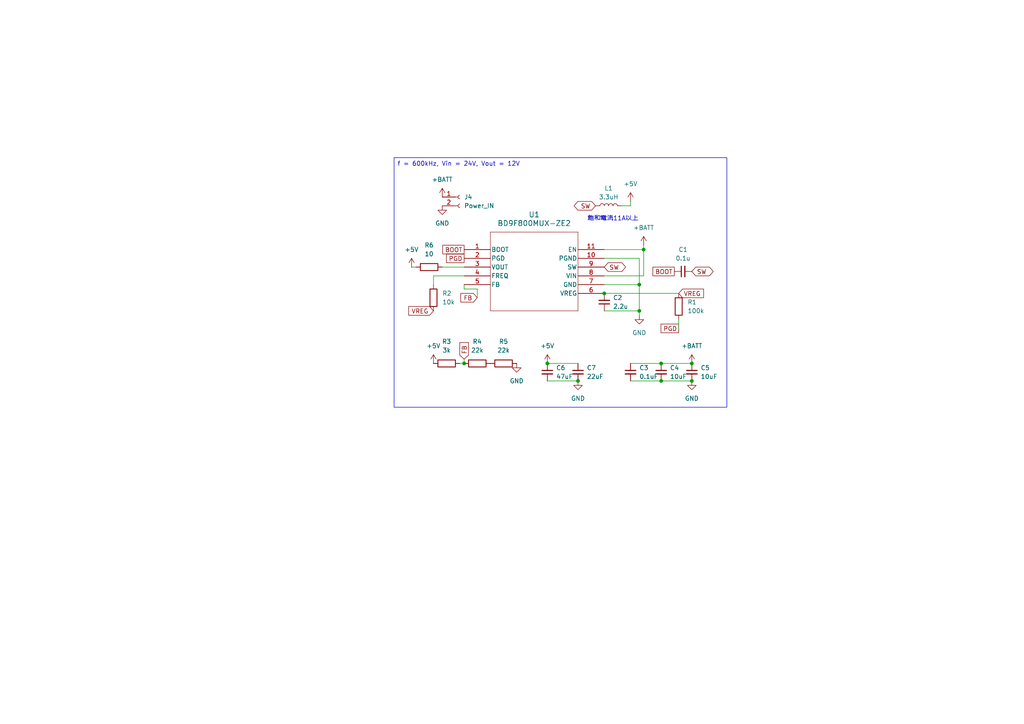
<source format=kicad_sch>
(kicad_sch
	(version 20231120)
	(generator "eeschema")
	(generator_version "8.0")
	(uuid "9b31bb12-b0a4-46c2-8fe3-73cecf9f3124")
	(paper "A4")
	(lib_symbols
		(symbol "Connector:Conn_01x02_Socket"
			(pin_names
				(offset 1.016) hide)
			(exclude_from_sim no)
			(in_bom yes)
			(on_board yes)
			(property "Reference" "J"
				(at 0 2.54 0)
				(effects
					(font
						(size 1.27 1.27)
					)
				)
			)
			(property "Value" "Conn_01x02_Socket"
				(at 0 -5.08 0)
				(effects
					(font
						(size 1.27 1.27)
					)
				)
			)
			(property "Footprint" ""
				(at 0 0 0)
				(effects
					(font
						(size 1.27 1.27)
					)
					(hide yes)
				)
			)
			(property "Datasheet" "~"
				(at 0 0 0)
				(effects
					(font
						(size 1.27 1.27)
					)
					(hide yes)
				)
			)
			(property "Description" "Generic connector, single row, 01x02, script generated"
				(at 0 0 0)
				(effects
					(font
						(size 1.27 1.27)
					)
					(hide yes)
				)
			)
			(property "ki_locked" ""
				(at 0 0 0)
				(effects
					(font
						(size 1.27 1.27)
					)
				)
			)
			(property "ki_keywords" "connector"
				(at 0 0 0)
				(effects
					(font
						(size 1.27 1.27)
					)
					(hide yes)
				)
			)
			(property "ki_fp_filters" "Connector*:*_1x??_*"
				(at 0 0 0)
				(effects
					(font
						(size 1.27 1.27)
					)
					(hide yes)
				)
			)
			(symbol "Conn_01x02_Socket_1_1"
				(arc
					(start 0 -2.032)
					(mid -0.5058 -2.54)
					(end 0 -3.048)
					(stroke
						(width 0.1524)
						(type default)
					)
					(fill
						(type none)
					)
				)
				(polyline
					(pts
						(xy -1.27 -2.54) (xy -0.508 -2.54)
					)
					(stroke
						(width 0.1524)
						(type default)
					)
					(fill
						(type none)
					)
				)
				(polyline
					(pts
						(xy -1.27 0) (xy -0.508 0)
					)
					(stroke
						(width 0.1524)
						(type default)
					)
					(fill
						(type none)
					)
				)
				(arc
					(start 0 0.508)
					(mid -0.5058 0)
					(end 0 -0.508)
					(stroke
						(width 0.1524)
						(type default)
					)
					(fill
						(type none)
					)
				)
				(pin passive line
					(at -5.08 0 0)
					(length 3.81)
					(name "Pin_1"
						(effects
							(font
								(size 1.27 1.27)
							)
						)
					)
					(number "1"
						(effects
							(font
								(size 1.27 1.27)
							)
						)
					)
				)
				(pin passive line
					(at -5.08 -2.54 0)
					(length 3.81)
					(name "Pin_2"
						(effects
							(font
								(size 1.27 1.27)
							)
						)
					)
					(number "2"
						(effects
							(font
								(size 1.27 1.27)
							)
						)
					)
				)
			)
		)
		(symbol "Device:C_Small"
			(pin_numbers hide)
			(pin_names
				(offset 0.254) hide)
			(exclude_from_sim no)
			(in_bom yes)
			(on_board yes)
			(property "Reference" "C"
				(at 0.254 1.778 0)
				(effects
					(font
						(size 1.27 1.27)
					)
					(justify left)
				)
			)
			(property "Value" "C_Small"
				(at 0.254 -2.032 0)
				(effects
					(font
						(size 1.27 1.27)
					)
					(justify left)
				)
			)
			(property "Footprint" ""
				(at 0 0 0)
				(effects
					(font
						(size 1.27 1.27)
					)
					(hide yes)
				)
			)
			(property "Datasheet" "~"
				(at 0 0 0)
				(effects
					(font
						(size 1.27 1.27)
					)
					(hide yes)
				)
			)
			(property "Description" "Unpolarized capacitor, small symbol"
				(at 0 0 0)
				(effects
					(font
						(size 1.27 1.27)
					)
					(hide yes)
				)
			)
			(property "ki_keywords" "capacitor cap"
				(at 0 0 0)
				(effects
					(font
						(size 1.27 1.27)
					)
					(hide yes)
				)
			)
			(property "ki_fp_filters" "C_*"
				(at 0 0 0)
				(effects
					(font
						(size 1.27 1.27)
					)
					(hide yes)
				)
			)
			(symbol "C_Small_0_1"
				(polyline
					(pts
						(xy -1.524 -0.508) (xy 1.524 -0.508)
					)
					(stroke
						(width 0.3302)
						(type default)
					)
					(fill
						(type none)
					)
				)
				(polyline
					(pts
						(xy -1.524 0.508) (xy 1.524 0.508)
					)
					(stroke
						(width 0.3048)
						(type default)
					)
					(fill
						(type none)
					)
				)
			)
			(symbol "C_Small_1_1"
				(pin passive line
					(at 0 2.54 270)
					(length 2.032)
					(name "~"
						(effects
							(font
								(size 1.27 1.27)
							)
						)
					)
					(number "1"
						(effects
							(font
								(size 1.27 1.27)
							)
						)
					)
				)
				(pin passive line
					(at 0 -2.54 90)
					(length 2.032)
					(name "~"
						(effects
							(font
								(size 1.27 1.27)
							)
						)
					)
					(number "2"
						(effects
							(font
								(size 1.27 1.27)
							)
						)
					)
				)
			)
		)
		(symbol "Device:L"
			(pin_numbers hide)
			(pin_names
				(offset 1.016) hide)
			(exclude_from_sim no)
			(in_bom yes)
			(on_board yes)
			(property "Reference" "L"
				(at -1.27 0 90)
				(effects
					(font
						(size 1.27 1.27)
					)
				)
			)
			(property "Value" "L"
				(at 1.905 0 90)
				(effects
					(font
						(size 1.27 1.27)
					)
				)
			)
			(property "Footprint" ""
				(at 0 0 0)
				(effects
					(font
						(size 1.27 1.27)
					)
					(hide yes)
				)
			)
			(property "Datasheet" "~"
				(at 0 0 0)
				(effects
					(font
						(size 1.27 1.27)
					)
					(hide yes)
				)
			)
			(property "Description" "Inductor"
				(at 0 0 0)
				(effects
					(font
						(size 1.27 1.27)
					)
					(hide yes)
				)
			)
			(property "ki_keywords" "inductor choke coil reactor magnetic"
				(at 0 0 0)
				(effects
					(font
						(size 1.27 1.27)
					)
					(hide yes)
				)
			)
			(property "ki_fp_filters" "Choke_* *Coil* Inductor_* L_*"
				(at 0 0 0)
				(effects
					(font
						(size 1.27 1.27)
					)
					(hide yes)
				)
			)
			(symbol "L_0_1"
				(arc
					(start 0 -2.54)
					(mid 0.6323 -1.905)
					(end 0 -1.27)
					(stroke
						(width 0)
						(type default)
					)
					(fill
						(type none)
					)
				)
				(arc
					(start 0 -1.27)
					(mid 0.6323 -0.635)
					(end 0 0)
					(stroke
						(width 0)
						(type default)
					)
					(fill
						(type none)
					)
				)
				(arc
					(start 0 0)
					(mid 0.6323 0.635)
					(end 0 1.27)
					(stroke
						(width 0)
						(type default)
					)
					(fill
						(type none)
					)
				)
				(arc
					(start 0 1.27)
					(mid 0.6323 1.905)
					(end 0 2.54)
					(stroke
						(width 0)
						(type default)
					)
					(fill
						(type none)
					)
				)
			)
			(symbol "L_1_1"
				(pin passive line
					(at 0 3.81 270)
					(length 1.27)
					(name "1"
						(effects
							(font
								(size 1.27 1.27)
							)
						)
					)
					(number "1"
						(effects
							(font
								(size 1.27 1.27)
							)
						)
					)
				)
				(pin passive line
					(at 0 -3.81 90)
					(length 1.27)
					(name "2"
						(effects
							(font
								(size 1.27 1.27)
							)
						)
					)
					(number "2"
						(effects
							(font
								(size 1.27 1.27)
							)
						)
					)
				)
			)
		)
		(symbol "Device:R"
			(pin_numbers hide)
			(pin_names
				(offset 0)
			)
			(exclude_from_sim no)
			(in_bom yes)
			(on_board yes)
			(property "Reference" "R"
				(at 2.032 0 90)
				(effects
					(font
						(size 1.27 1.27)
					)
				)
			)
			(property "Value" "R"
				(at 0 0 90)
				(effects
					(font
						(size 1.27 1.27)
					)
				)
			)
			(property "Footprint" ""
				(at -1.778 0 90)
				(effects
					(font
						(size 1.27 1.27)
					)
					(hide yes)
				)
			)
			(property "Datasheet" "~"
				(at 0 0 0)
				(effects
					(font
						(size 1.27 1.27)
					)
					(hide yes)
				)
			)
			(property "Description" "Resistor"
				(at 0 0 0)
				(effects
					(font
						(size 1.27 1.27)
					)
					(hide yes)
				)
			)
			(property "ki_keywords" "R res resistor"
				(at 0 0 0)
				(effects
					(font
						(size 1.27 1.27)
					)
					(hide yes)
				)
			)
			(property "ki_fp_filters" "R_*"
				(at 0 0 0)
				(effects
					(font
						(size 1.27 1.27)
					)
					(hide yes)
				)
			)
			(symbol "R_0_1"
				(rectangle
					(start -1.016 -2.54)
					(end 1.016 2.54)
					(stroke
						(width 0.254)
						(type default)
					)
					(fill
						(type none)
					)
				)
			)
			(symbol "R_1_1"
				(pin passive line
					(at 0 3.81 270)
					(length 1.27)
					(name "~"
						(effects
							(font
								(size 1.27 1.27)
							)
						)
					)
					(number "1"
						(effects
							(font
								(size 1.27 1.27)
							)
						)
					)
				)
				(pin passive line
					(at 0 -3.81 90)
					(length 1.27)
					(name "~"
						(effects
							(font
								(size 1.27 1.27)
							)
						)
					)
					(number "2"
						(effects
							(font
								(size 1.27 1.27)
							)
						)
					)
				)
			)
		)
		(symbol "VQFN11_ROM:BD9F800MUX-ZE2"
			(pin_names
				(offset 0.254)
			)
			(exclude_from_sim no)
			(in_bom yes)
			(on_board yes)
			(property "Reference" "U"
				(at 20.32 10.16 0)
				(effects
					(font
						(size 1.524 1.524)
					)
				)
			)
			(property "Value" "BD9F800MUX-ZE2"
				(at 20.32 7.62 0)
				(effects
					(font
						(size 1.524 1.524)
					)
				)
			)
			(property "Footprint" "VQFN11_ROM"
				(at 0 0 0)
				(effects
					(font
						(size 1.27 1.27)
						(italic yes)
					)
					(hide yes)
				)
			)
			(property "Datasheet" "BD9F800MUX-ZE2"
				(at 0 0 0)
				(effects
					(font
						(size 1.27 1.27)
						(italic yes)
					)
					(hide yes)
				)
			)
			(property "Description" ""
				(at 0 0 0)
				(effects
					(font
						(size 1.27 1.27)
					)
					(hide yes)
				)
			)
			(property "ki_locked" ""
				(at 0 0 0)
				(effects
					(font
						(size 1.27 1.27)
					)
				)
			)
			(property "ki_keywords" "BD9F800MUX-ZE2"
				(at 0 0 0)
				(effects
					(font
						(size 1.27 1.27)
					)
					(hide yes)
				)
			)
			(property "ki_fp_filters" "VQFN11_ROM"
				(at 0 0 0)
				(effects
					(font
						(size 1.27 1.27)
					)
					(hide yes)
				)
			)
			(symbol "BD9F800MUX-ZE2_0_1"
				(polyline
					(pts
						(xy 7.62 -17.78) (xy 33.02 -17.78)
					)
					(stroke
						(width 0.127)
						(type default)
					)
					(fill
						(type none)
					)
				)
				(polyline
					(pts
						(xy 7.62 5.08) (xy 7.62 -17.78)
					)
					(stroke
						(width 0.127)
						(type default)
					)
					(fill
						(type none)
					)
				)
				(polyline
					(pts
						(xy 33.02 -17.78) (xy 33.02 5.08)
					)
					(stroke
						(width 0.127)
						(type default)
					)
					(fill
						(type none)
					)
				)
				(polyline
					(pts
						(xy 33.02 5.08) (xy 7.62 5.08)
					)
					(stroke
						(width 0.127)
						(type default)
					)
					(fill
						(type none)
					)
				)
				(pin unspecified line
					(at 0 0 0)
					(length 7.62)
					(name "BOOT"
						(effects
							(font
								(size 1.27 1.27)
							)
						)
					)
					(number "1"
						(effects
							(font
								(size 1.27 1.27)
							)
						)
					)
				)
				(pin power_out line
					(at 40.64 -2.54 180)
					(length 7.62)
					(name "PGND"
						(effects
							(font
								(size 1.27 1.27)
							)
						)
					)
					(number "10"
						(effects
							(font
								(size 1.27 1.27)
							)
						)
					)
				)
				(pin input line
					(at 40.64 0 180)
					(length 7.62)
					(name "EN"
						(effects
							(font
								(size 1.27 1.27)
							)
						)
					)
					(number "11"
						(effects
							(font
								(size 1.27 1.27)
							)
						)
					)
				)
				(pin unspecified line
					(at 0 -2.54 0)
					(length 7.62)
					(name "PGD"
						(effects
							(font
								(size 1.27 1.27)
							)
						)
					)
					(number "2"
						(effects
							(font
								(size 1.27 1.27)
							)
						)
					)
				)
				(pin output line
					(at 0 -5.08 0)
					(length 7.62)
					(name "VOUT"
						(effects
							(font
								(size 1.27 1.27)
							)
						)
					)
					(number "3"
						(effects
							(font
								(size 1.27 1.27)
							)
						)
					)
				)
				(pin unspecified line
					(at 0 -7.62 0)
					(length 7.62)
					(name "FREQ"
						(effects
							(font
								(size 1.27 1.27)
							)
						)
					)
					(number "4"
						(effects
							(font
								(size 1.27 1.27)
							)
						)
					)
				)
				(pin input line
					(at 0 -10.16 0)
					(length 7.62)
					(name "FB"
						(effects
							(font
								(size 1.27 1.27)
							)
						)
					)
					(number "5"
						(effects
							(font
								(size 1.27 1.27)
							)
						)
					)
				)
				(pin power_in line
					(at 40.64 -12.7 180)
					(length 7.62)
					(name "VREG"
						(effects
							(font
								(size 1.27 1.27)
							)
						)
					)
					(number "6"
						(effects
							(font
								(size 1.27 1.27)
							)
						)
					)
				)
				(pin power_out line
					(at 40.64 -10.16 180)
					(length 7.62)
					(name "GND"
						(effects
							(font
								(size 1.27 1.27)
							)
						)
					)
					(number "7"
						(effects
							(font
								(size 1.27 1.27)
							)
						)
					)
				)
				(pin input line
					(at 40.64 -7.62 180)
					(length 7.62)
					(name "VIN"
						(effects
							(font
								(size 1.27 1.27)
							)
						)
					)
					(number "8"
						(effects
							(font
								(size 1.27 1.27)
							)
						)
					)
				)
				(pin bidirectional line
					(at 40.64 -5.08 180)
					(length 7.62)
					(name "SW"
						(effects
							(font
								(size 1.27 1.27)
							)
						)
					)
					(number "9"
						(effects
							(font
								(size 1.27 1.27)
							)
						)
					)
				)
			)
		)
		(symbol "power:+5V"
			(power)
			(pin_numbers hide)
			(pin_names
				(offset 0) hide)
			(exclude_from_sim no)
			(in_bom yes)
			(on_board yes)
			(property "Reference" "#PWR"
				(at 0 -3.81 0)
				(effects
					(font
						(size 1.27 1.27)
					)
					(hide yes)
				)
			)
			(property "Value" "+5V"
				(at 0 3.556 0)
				(effects
					(font
						(size 1.27 1.27)
					)
				)
			)
			(property "Footprint" ""
				(at 0 0 0)
				(effects
					(font
						(size 1.27 1.27)
					)
					(hide yes)
				)
			)
			(property "Datasheet" ""
				(at 0 0 0)
				(effects
					(font
						(size 1.27 1.27)
					)
					(hide yes)
				)
			)
			(property "Description" "Power symbol creates a global label with name \"+5V\""
				(at 0 0 0)
				(effects
					(font
						(size 1.27 1.27)
					)
					(hide yes)
				)
			)
			(property "ki_keywords" "global power"
				(at 0 0 0)
				(effects
					(font
						(size 1.27 1.27)
					)
					(hide yes)
				)
			)
			(symbol "+5V_0_1"
				(polyline
					(pts
						(xy -0.762 1.27) (xy 0 2.54)
					)
					(stroke
						(width 0)
						(type default)
					)
					(fill
						(type none)
					)
				)
				(polyline
					(pts
						(xy 0 0) (xy 0 2.54)
					)
					(stroke
						(width 0)
						(type default)
					)
					(fill
						(type none)
					)
				)
				(polyline
					(pts
						(xy 0 2.54) (xy 0.762 1.27)
					)
					(stroke
						(width 0)
						(type default)
					)
					(fill
						(type none)
					)
				)
			)
			(symbol "+5V_1_1"
				(pin power_in line
					(at 0 0 90)
					(length 0)
					(name "~"
						(effects
							(font
								(size 1.27 1.27)
							)
						)
					)
					(number "1"
						(effects
							(font
								(size 1.27 1.27)
							)
						)
					)
				)
			)
		)
		(symbol "power:+BATT"
			(power)
			(pin_numbers hide)
			(pin_names
				(offset 0) hide)
			(exclude_from_sim no)
			(in_bom yes)
			(on_board yes)
			(property "Reference" "#PWR"
				(at 0 -3.81 0)
				(effects
					(font
						(size 1.27 1.27)
					)
					(hide yes)
				)
			)
			(property "Value" "+BATT"
				(at 0 3.556 0)
				(effects
					(font
						(size 1.27 1.27)
					)
				)
			)
			(property "Footprint" ""
				(at 0 0 0)
				(effects
					(font
						(size 1.27 1.27)
					)
					(hide yes)
				)
			)
			(property "Datasheet" ""
				(at 0 0 0)
				(effects
					(font
						(size 1.27 1.27)
					)
					(hide yes)
				)
			)
			(property "Description" "Power symbol creates a global label with name \"+BATT\""
				(at 0 0 0)
				(effects
					(font
						(size 1.27 1.27)
					)
					(hide yes)
				)
			)
			(property "ki_keywords" "global power battery"
				(at 0 0 0)
				(effects
					(font
						(size 1.27 1.27)
					)
					(hide yes)
				)
			)
			(symbol "+BATT_0_1"
				(polyline
					(pts
						(xy -0.762 1.27) (xy 0 2.54)
					)
					(stroke
						(width 0)
						(type default)
					)
					(fill
						(type none)
					)
				)
				(polyline
					(pts
						(xy 0 0) (xy 0 2.54)
					)
					(stroke
						(width 0)
						(type default)
					)
					(fill
						(type none)
					)
				)
				(polyline
					(pts
						(xy 0 2.54) (xy 0.762 1.27)
					)
					(stroke
						(width 0)
						(type default)
					)
					(fill
						(type none)
					)
				)
			)
			(symbol "+BATT_1_1"
				(pin power_in line
					(at 0 0 90)
					(length 0)
					(name "~"
						(effects
							(font
								(size 1.27 1.27)
							)
						)
					)
					(number "1"
						(effects
							(font
								(size 1.27 1.27)
							)
						)
					)
				)
			)
		)
		(symbol "power:GND"
			(power)
			(pin_numbers hide)
			(pin_names
				(offset 0) hide)
			(exclude_from_sim no)
			(in_bom yes)
			(on_board yes)
			(property "Reference" "#PWR"
				(at 0 -6.35 0)
				(effects
					(font
						(size 1.27 1.27)
					)
					(hide yes)
				)
			)
			(property "Value" "GND"
				(at 0 -3.81 0)
				(effects
					(font
						(size 1.27 1.27)
					)
				)
			)
			(property "Footprint" ""
				(at 0 0 0)
				(effects
					(font
						(size 1.27 1.27)
					)
					(hide yes)
				)
			)
			(property "Datasheet" ""
				(at 0 0 0)
				(effects
					(font
						(size 1.27 1.27)
					)
					(hide yes)
				)
			)
			(property "Description" "Power symbol creates a global label with name \"GND\" , ground"
				(at 0 0 0)
				(effects
					(font
						(size 1.27 1.27)
					)
					(hide yes)
				)
			)
			(property "ki_keywords" "global power"
				(at 0 0 0)
				(effects
					(font
						(size 1.27 1.27)
					)
					(hide yes)
				)
			)
			(symbol "GND_0_1"
				(polyline
					(pts
						(xy 0 0) (xy 0 -1.27) (xy 1.27 -1.27) (xy 0 -2.54) (xy -1.27 -1.27) (xy 0 -1.27)
					)
					(stroke
						(width 0)
						(type default)
					)
					(fill
						(type none)
					)
				)
			)
			(symbol "GND_1_1"
				(pin power_in line
					(at 0 0 270)
					(length 0)
					(name "~"
						(effects
							(font
								(size 1.27 1.27)
							)
						)
					)
					(number "1"
						(effects
							(font
								(size 1.27 1.27)
							)
						)
					)
				)
			)
		)
	)
	(junction
		(at 200.66 110.49)
		(diameter 0)
		(color 0 0 0 0)
		(uuid "015d36a2-9f3d-4dbb-9aca-fc889e109e04")
	)
	(junction
		(at 186.69 72.39)
		(diameter 0)
		(color 0 0 0 0)
		(uuid "0249c7b7-879b-47f2-a9f5-161abb8cc74b")
	)
	(junction
		(at 158.75 105.41)
		(diameter 0)
		(color 0 0 0 0)
		(uuid "0327f0de-5172-4223-999a-59b476e2b1cf")
	)
	(junction
		(at 185.42 82.55)
		(diameter 0)
		(color 0 0 0 0)
		(uuid "14362347-9988-408a-8840-fd44d9fc7c63")
	)
	(junction
		(at 167.64 110.49)
		(diameter 0)
		(color 0 0 0 0)
		(uuid "20b06c09-d96f-40f9-8419-1a0ad93fda6d")
	)
	(junction
		(at 185.42 90.17)
		(diameter 0)
		(color 0 0 0 0)
		(uuid "2c6ed5cc-933b-44b2-8b13-3a9c9e8d4492")
	)
	(junction
		(at 191.77 110.49)
		(diameter 0)
		(color 0 0 0 0)
		(uuid "3fb56314-cb5f-4740-87d7-1720716c2c7a")
	)
	(junction
		(at 175.26 85.09)
		(diameter 0)
		(color 0 0 0 0)
		(uuid "933c82fa-9707-4d87-964a-970cedc0fa67")
	)
	(junction
		(at 200.66 105.41)
		(diameter 0)
		(color 0 0 0 0)
		(uuid "9fbbcd31-aa29-4c10-8209-74b401ba98fd")
	)
	(junction
		(at 191.77 105.41)
		(diameter 0)
		(color 0 0 0 0)
		(uuid "c7db8894-2f72-4413-a631-4adce783c630")
	)
	(junction
		(at 134.62 105.41)
		(diameter 0)
		(color 0 0 0 0)
		(uuid "d64db57e-0db1-4b72-af23-6b561cc29af7")
	)
	(wire
		(pts
			(xy 125.73 80.01) (xy 125.73 82.55)
		)
		(stroke
			(width 0)
			(type default)
		)
		(uuid "1c808dd7-7396-44aa-a463-97fe54b24342")
	)
	(wire
		(pts
			(xy 182.88 105.41) (xy 191.77 105.41)
		)
		(stroke
			(width 0)
			(type default)
		)
		(uuid "1ebbb62b-d458-4574-8808-f9995151c36b")
	)
	(wire
		(pts
			(xy 138.43 86.36) (xy 138.43 83.82)
		)
		(stroke
			(width 0)
			(type default)
		)
		(uuid "270abc1e-0560-47da-96ea-627070f4d937")
	)
	(wire
		(pts
			(xy 186.69 72.39) (xy 186.69 80.01)
		)
		(stroke
			(width 0)
			(type default)
		)
		(uuid "2ba682ba-fa4a-4c4b-8ef7-737bdba46126")
	)
	(wire
		(pts
			(xy 191.77 110.49) (xy 200.66 110.49)
		)
		(stroke
			(width 0)
			(type default)
		)
		(uuid "2f2a37a2-705f-4728-b8f1-269e7000e691")
	)
	(wire
		(pts
			(xy 191.77 105.41) (xy 200.66 105.41)
		)
		(stroke
			(width 0)
			(type default)
		)
		(uuid "30501882-f197-43d7-8edc-fa6b5b64f2bd")
	)
	(wire
		(pts
			(xy 175.26 90.17) (xy 185.42 90.17)
		)
		(stroke
			(width 0)
			(type default)
		)
		(uuid "3924902f-1710-44c0-9a76-9b9c97f1cc37")
	)
	(wire
		(pts
			(xy 134.62 80.01) (xy 125.73 80.01)
		)
		(stroke
			(width 0)
			(type default)
		)
		(uuid "4a233bbb-2d23-49d5-9314-77e84fa8ee83")
	)
	(wire
		(pts
			(xy 182.88 58.42) (xy 182.88 59.69)
		)
		(stroke
			(width 0)
			(type default)
		)
		(uuid "4d777cc0-9522-4c18-97ed-d4aa51875b78")
	)
	(wire
		(pts
			(xy 128.27 77.47) (xy 134.62 77.47)
		)
		(stroke
			(width 0)
			(type default)
		)
		(uuid "501ecda1-6d7c-4337-91ec-a0f02cfefc64")
	)
	(wire
		(pts
			(xy 185.42 90.17) (xy 185.42 82.55)
		)
		(stroke
			(width 0)
			(type default)
		)
		(uuid "5401b602-dae1-442e-85ca-c6137edaa36c")
	)
	(wire
		(pts
			(xy 196.85 92.71) (xy 196.85 95.25)
		)
		(stroke
			(width 0)
			(type default)
		)
		(uuid "54476497-30ce-44ca-bdaf-7f46f44d6828")
	)
	(wire
		(pts
			(xy 119.38 77.47) (xy 120.65 77.47)
		)
		(stroke
			(width 0)
			(type default)
		)
		(uuid "5e96f05e-b8eb-4780-977d-f5396e4eed4b")
	)
	(wire
		(pts
			(xy 185.42 90.17) (xy 185.42 91.44)
		)
		(stroke
			(width 0)
			(type default)
		)
		(uuid "623d0c28-308b-4201-ba73-9950f1252e32")
	)
	(wire
		(pts
			(xy 133.35 105.41) (xy 134.62 105.41)
		)
		(stroke
			(width 0)
			(type default)
		)
		(uuid "6fd4a8d8-d73f-442a-8977-e04d94b7706e")
	)
	(wire
		(pts
			(xy 175.26 74.93) (xy 185.42 74.93)
		)
		(stroke
			(width 0)
			(type default)
		)
		(uuid "74ca10a8-6ba0-4c20-9e14-ef15d6259822")
	)
	(wire
		(pts
			(xy 134.62 104.14) (xy 134.62 105.41)
		)
		(stroke
			(width 0)
			(type default)
		)
		(uuid "7ce03647-7fa8-44ae-a9b5-99deb14a1d7f")
	)
	(wire
		(pts
			(xy 186.69 80.01) (xy 175.26 80.01)
		)
		(stroke
			(width 0)
			(type default)
		)
		(uuid "9af99406-20ad-4672-8acc-5a49a1c00480")
	)
	(wire
		(pts
			(xy 134.62 83.82) (xy 134.62 82.55)
		)
		(stroke
			(width 0)
			(type default)
		)
		(uuid "9de8e097-3bc8-4ed3-809c-5cb49b3023fb")
	)
	(wire
		(pts
			(xy 158.75 105.41) (xy 167.64 105.41)
		)
		(stroke
			(width 0)
			(type default)
		)
		(uuid "af02e7c9-b0a2-4fd4-b2ed-f1c340dbb1fc")
	)
	(wire
		(pts
			(xy 158.75 110.49) (xy 167.64 110.49)
		)
		(stroke
			(width 0)
			(type default)
		)
		(uuid "b00a7384-603c-4c1b-b943-d0aeee0ab6cb")
	)
	(wire
		(pts
			(xy 185.42 82.55) (xy 175.26 82.55)
		)
		(stroke
			(width 0)
			(type default)
		)
		(uuid "b3205ff5-2d73-4498-b876-7750e7e398f8")
	)
	(wire
		(pts
			(xy 182.88 59.69) (xy 180.34 59.69)
		)
		(stroke
			(width 0)
			(type default)
		)
		(uuid "b9149fee-eef7-42e1-8d0d-d3698d39708c")
	)
	(wire
		(pts
			(xy 186.69 71.12) (xy 186.69 72.39)
		)
		(stroke
			(width 0)
			(type default)
		)
		(uuid "c1ecbf19-fad8-45d5-9089-b13e16038da6")
	)
	(wire
		(pts
			(xy 182.88 110.49) (xy 191.77 110.49)
		)
		(stroke
			(width 0)
			(type default)
		)
		(uuid "c2a5aecd-3f0c-4e17-ac8b-309a97630a78")
	)
	(wire
		(pts
			(xy 175.26 72.39) (xy 186.69 72.39)
		)
		(stroke
			(width 0)
			(type default)
		)
		(uuid "d2b5cf84-5d10-475e-ab13-8bb9cb716fdb")
	)
	(wire
		(pts
			(xy 185.42 74.93) (xy 185.42 82.55)
		)
		(stroke
			(width 0)
			(type default)
		)
		(uuid "d67f5ba2-c67f-4e78-ae34-48d4407d9d48")
	)
	(wire
		(pts
			(xy 138.43 83.82) (xy 134.62 83.82)
		)
		(stroke
			(width 0)
			(type default)
		)
		(uuid "d93f7402-d2d8-4808-a7a2-8d5e7d330466")
	)
	(wire
		(pts
			(xy 175.26 85.09) (xy 196.85 85.09)
		)
		(stroke
			(width 0)
			(type default)
		)
		(uuid "db82ee9b-0351-4950-a761-ae926ad59b66")
	)
	(text_box "f = 600kHz, Vin = 24V, Vout = 12V"
		(exclude_from_sim no)
		(at 114.3 45.72 0)
		(size 96.52 72.39)
		(stroke
			(width 0)
			(type default)
		)
		(fill
			(type none)
		)
		(effects
			(font
				(size 1.27 1.27)
			)
			(justify left top)
		)
		(uuid "6cc7ad06-6720-4b29-91bb-7bbe20337b75")
	)
	(text "飽和電流11A以上"
		(exclude_from_sim no)
		(at 177.8 63.5 0)
		(effects
			(font
				(size 1.27 1.27)
			)
		)
		(uuid "97531291-357a-4244-8fbb-4351dfa59f93")
	)
	(global_label "VREG"
		(shape input)
		(at 196.85 85.09 0)
		(effects
			(font
				(size 1.27 1.27)
			)
			(justify left)
		)
		(uuid "04096467-f7fc-4594-a373-632733501884")
		(property "Intersheetrefs" "${INTERSHEET_REFS}"
			(at 196.85 85.09 0)
			(effects
				(font
					(size 1.27 1.27)
				)
				(hide yes)
			)
		)
	)
	(global_label "PGD"
		(shape passive)
		(at 196.85 95.25 180)
		(effects
			(font
				(size 1.27 1.27)
			)
			(justify right)
		)
		(uuid "3fa3f040-96a8-4625-8632-bc706d5b61f5")
		(property "Intersheetrefs" "${INTERSHEET_REFS}"
			(at 196.85 95.25 0)
			(effects
				(font
					(size 1.27 1.27)
				)
				(hide yes)
			)
		)
	)
	(global_label "SW"
		(shape bidirectional)
		(at 200.66 78.74 0)
		(effects
			(font
				(size 1.27 1.27)
			)
			(justify left)
		)
		(uuid "4df1f780-0825-427c-82ab-d1038ad03eb6")
		(property "Intersheetrefs" "${INTERSHEET_REFS}"
			(at 200.66 78.74 0)
			(effects
				(font
					(size 1.27 1.27)
				)
				(hide yes)
			)
		)
	)
	(global_label "SW"
		(shape bidirectional)
		(at 175.26 77.47 0)
		(effects
			(font
				(size 1.27 1.27)
			)
			(justify left)
		)
		(uuid "64241b58-2421-4b54-8f9f-0ae3889de75f")
		(property "Intersheetrefs" "${INTERSHEET_REFS}"
			(at 175.26 77.47 0)
			(effects
				(font
					(size 1.27 1.27)
				)
				(hide yes)
			)
		)
	)
	(global_label "FB"
		(shape input)
		(at 138.43 86.36 180)
		(effects
			(font
				(size 1.27 1.27)
			)
			(justify right)
		)
		(uuid "8fea038e-2768-439e-a45f-b50043a502cf")
		(property "Intersheetrefs" "${INTERSHEET_REFS}"
			(at 138.43 86.36 0)
			(effects
				(font
					(size 1.27 1.27)
				)
				(hide yes)
			)
		)
	)
	(global_label "PGD"
		(shape passive)
		(at 134.62 74.93 180)
		(effects
			(font
				(size 1.27 1.27)
			)
			(justify right)
		)
		(uuid "b637084f-0e4a-4850-884d-42dd08b3d19c")
		(property "Intersheetrefs" "${INTERSHEET_REFS}"
			(at 134.62 74.93 0)
			(effects
				(font
					(size 1.27 1.27)
				)
				(hide yes)
			)
		)
	)
	(global_label "FB"
		(shape input)
		(at 134.62 104.14 90)
		(effects
			(font
				(size 1.27 1.27)
			)
			(justify left)
		)
		(uuid "d86a15ea-7288-4f28-adaa-f2939d9c5eef")
		(property "Intersheetrefs" "${INTERSHEET_REFS}"
			(at 134.62 104.14 0)
			(effects
				(font
					(size 1.27 1.27)
				)
				(hide yes)
			)
		)
	)
	(global_label "BOOT"
		(shape passive)
		(at 134.62 72.39 180)
		(effects
			(font
				(size 1.27 1.27)
			)
			(justify right)
		)
		(uuid "d8e1e127-62b9-4ae0-bb8e-be6d3bf818df")
		(property "Intersheetrefs" "${INTERSHEET_REFS}"
			(at 134.62 72.39 0)
			(effects
				(font
					(size 1.27 1.27)
				)
				(hide yes)
			)
		)
	)
	(global_label "SW"
		(shape bidirectional)
		(at 172.72 59.69 180)
		(effects
			(font
				(size 1.27 1.27)
			)
			(justify right)
		)
		(uuid "d9369e41-b605-4753-bb2e-5838e49bba03")
		(property "Intersheetrefs" "${INTERSHEET_REFS}"
			(at 172.72 59.69 0)
			(effects
				(font
					(size 1.27 1.27)
				)
				(hide yes)
			)
		)
	)
	(global_label "VREG"
		(shape input)
		(at 125.73 90.17 180)
		(fields_autoplaced yes)
		(effects
			(font
				(size 1.27 1.27)
			)
			(justify right)
		)
		(uuid "f81373cd-9965-4bca-8254-776db19c19cf")
		(property "Intersheetrefs" "${INTERSHEET_REFS}"
			(at 117.9672 90.17 0)
			(effects
				(font
					(size 1.27 1.27)
				)
				(justify right)
				(hide yes)
			)
		)
	)
	(global_label "BOOT"
		(shape passive)
		(at 195.58 78.74 180)
		(effects
			(font
				(size 1.27 1.27)
			)
			(justify right)
		)
		(uuid "f8b3ddd8-fccf-4d30-b3f1-f531d97cc42c")
		(property "Intersheetrefs" "${INTERSHEET_REFS}"
			(at 195.58 78.74 0)
			(effects
				(font
					(size 1.27 1.27)
				)
				(hide yes)
			)
		)
	)
	(symbol
		(lib_id "Device:C_Small")
		(at 191.77 107.95 0)
		(unit 1)
		(exclude_from_sim no)
		(in_bom yes)
		(on_board yes)
		(dnp no)
		(fields_autoplaced yes)
		(uuid "02644dfd-6ea5-4095-b54f-698220733226")
		(property "Reference" "C4"
			(at 194.31 106.6862 0)
			(effects
				(font
					(size 1.27 1.27)
				)
				(justify left)
			)
		)
		(property "Value" "10uF"
			(at 194.31 109.2262 0)
			(effects
				(font
					(size 1.27 1.27)
				)
				(justify left)
			)
		)
		(property "Footprint" ""
			(at 191.77 107.95 0)
			(effects
				(font
					(size 1.27 1.27)
				)
				(hide yes)
			)
		)
		(property "Datasheet" "~"
			(at 191.77 107.95 0)
			(effects
				(font
					(size 1.27 1.27)
				)
				(hide yes)
			)
		)
		(property "Description" "Unpolarized capacitor, small symbol"
			(at 191.77 107.95 0)
			(effects
				(font
					(size 1.27 1.27)
				)
				(hide yes)
			)
		)
		(pin "1"
			(uuid "25c4dbf3-51b7-4f10-b723-553bfe6eb1c5")
		)
		(pin "2"
			(uuid "9333cee1-a508-4d7d-99a9-7a8e3692ab19")
		)
		(instances
			(project "Pi_Header"
				(path "/9b31bb12-b0a4-46c2-8fe3-73cecf9f3124"
					(reference "C4")
					(unit 1)
				)
			)
		)
	)
	(symbol
		(lib_id "power:+BATT")
		(at 200.66 105.41 0)
		(unit 1)
		(exclude_from_sim no)
		(in_bom yes)
		(on_board yes)
		(dnp no)
		(fields_autoplaced yes)
		(uuid "06b31b06-b6f8-4c21-aa11-377a5178d0a5")
		(property "Reference" "#PWR06"
			(at 200.66 109.22 0)
			(effects
				(font
					(size 1.27 1.27)
				)
				(hide yes)
			)
		)
		(property "Value" "+BATT"
			(at 200.66 100.33 0)
			(effects
				(font
					(size 1.27 1.27)
				)
			)
		)
		(property "Footprint" ""
			(at 200.66 105.41 0)
			(effects
				(font
					(size 1.27 1.27)
				)
				(hide yes)
			)
		)
		(property "Datasheet" ""
			(at 200.66 105.41 0)
			(effects
				(font
					(size 1.27 1.27)
				)
				(hide yes)
			)
		)
		(property "Description" "Power symbol creates a global label with name \"+BATT\""
			(at 200.66 105.41 0)
			(effects
				(font
					(size 1.27 1.27)
				)
				(hide yes)
			)
		)
		(pin "1"
			(uuid "10afd0db-45b1-4036-93b0-69457f66b248")
		)
		(instances
			(project "Pi_Header"
				(path "/9b31bb12-b0a4-46c2-8fe3-73cecf9f3124"
					(reference "#PWR06")
					(unit 1)
				)
			)
		)
	)
	(symbol
		(lib_id "Device:C_Small")
		(at 175.26 87.63 180)
		(unit 1)
		(exclude_from_sim no)
		(in_bom yes)
		(on_board yes)
		(dnp no)
		(fields_autoplaced yes)
		(uuid "0b001467-6bdd-4022-a5d7-68ea055779da")
		(property "Reference" "C2"
			(at 177.8 86.3535 0)
			(effects
				(font
					(size 1.27 1.27)
				)
				(justify right)
			)
		)
		(property "Value" "2.2u"
			(at 177.8 88.8935 0)
			(effects
				(font
					(size 1.27 1.27)
				)
				(justify right)
			)
		)
		(property "Footprint" ""
			(at 175.26 87.63 0)
			(effects
				(font
					(size 1.27 1.27)
				)
				(hide yes)
			)
		)
		(property "Datasheet" "~"
			(at 175.26 87.63 0)
			(effects
				(font
					(size 1.27 1.27)
				)
				(hide yes)
			)
		)
		(property "Description" "Unpolarized capacitor, small symbol"
			(at 175.26 87.63 0)
			(effects
				(font
					(size 1.27 1.27)
				)
				(hide yes)
			)
		)
		(pin "2"
			(uuid "dcc0b1e6-419b-4604-8c51-024ab3b903d1")
		)
		(pin "1"
			(uuid "8577de23-a037-4505-9b8e-bec24dc9e6f4")
		)
		(instances
			(project "Pi_Header"
				(path "/9b31bb12-b0a4-46c2-8fe3-73cecf9f3124"
					(reference "C2")
					(unit 1)
				)
			)
		)
	)
	(symbol
		(lib_id "power:+BATT")
		(at 128.27 57.15 0)
		(unit 1)
		(exclude_from_sim no)
		(in_bom yes)
		(on_board yes)
		(dnp no)
		(fields_autoplaced yes)
		(uuid "18c58f38-72f9-4d79-81f0-70d3a192e1d4")
		(property "Reference" "#PWR019"
			(at 128.27 60.96 0)
			(effects
				(font
					(size 1.27 1.27)
				)
				(hide yes)
			)
		)
		(property "Value" "+BATT"
			(at 128.27 52.07 0)
			(effects
				(font
					(size 1.27 1.27)
				)
			)
		)
		(property "Footprint" ""
			(at 128.27 57.15 0)
			(effects
				(font
					(size 1.27 1.27)
				)
				(hide yes)
			)
		)
		(property "Datasheet" ""
			(at 128.27 57.15 0)
			(effects
				(font
					(size 1.27 1.27)
				)
				(hide yes)
			)
		)
		(property "Description" "Power symbol creates a global label with name \"+BATT\""
			(at 128.27 57.15 0)
			(effects
				(font
					(size 1.27 1.27)
				)
				(hide yes)
			)
		)
		(pin "1"
			(uuid "5558b60e-fc8c-47a4-80f5-70617e571906")
		)
		(instances
			(project "Pi_Header"
				(path "/9b31bb12-b0a4-46c2-8fe3-73cecf9f3124"
					(reference "#PWR019")
					(unit 1)
				)
			)
		)
	)
	(symbol
		(lib_id "power:+5V")
		(at 182.88 58.42 0)
		(unit 1)
		(exclude_from_sim no)
		(in_bom yes)
		(on_board yes)
		(dnp no)
		(fields_autoplaced yes)
		(uuid "1ed8ef1c-a7b5-47dd-8b7c-00d5b201bcd9")
		(property "Reference" "#PWR014"
			(at 182.88 62.23 0)
			(effects
				(font
					(size 1.27 1.27)
				)
				(hide yes)
			)
		)
		(property "Value" "+5V"
			(at 182.88 53.34 0)
			(effects
				(font
					(size 1.27 1.27)
				)
			)
		)
		(property "Footprint" ""
			(at 182.88 58.42 0)
			(effects
				(font
					(size 1.27 1.27)
				)
				(hide yes)
			)
		)
		(property "Datasheet" ""
			(at 182.88 58.42 0)
			(effects
				(font
					(size 1.27 1.27)
				)
				(hide yes)
			)
		)
		(property "Description" "Power symbol creates a global label with name \"+5V\""
			(at 182.88 58.42 0)
			(effects
				(font
					(size 1.27 1.27)
				)
				(hide yes)
			)
		)
		(pin "1"
			(uuid "9cbdbbcf-9b04-4121-89c9-2ec9cbb6cdeb")
		)
		(instances
			(project "Pi_Header"
				(path "/9b31bb12-b0a4-46c2-8fe3-73cecf9f3124"
					(reference "#PWR014")
					(unit 1)
				)
			)
		)
	)
	(symbol
		(lib_id "power:GND")
		(at 149.86 105.41 0)
		(unit 1)
		(exclude_from_sim no)
		(in_bom yes)
		(on_board yes)
		(dnp no)
		(uuid "22f49097-34e6-490d-9c31-ef6059bfe5a3")
		(property "Reference" "#PWR013"
			(at 149.86 111.76 0)
			(effects
				(font
					(size 1.27 1.27)
				)
				(hide yes)
			)
		)
		(property "Value" "GND"
			(at 149.86 110.49 0)
			(effects
				(font
					(size 1.27 1.27)
				)
			)
		)
		(property "Footprint" ""
			(at 149.86 105.41 0)
			(effects
				(font
					(size 1.27 1.27)
				)
				(hide yes)
			)
		)
		(property "Datasheet" ""
			(at 149.86 105.41 0)
			(effects
				(font
					(size 1.27 1.27)
				)
				(hide yes)
			)
		)
		(property "Description" "Power symbol creates a global label with name \"GND\" , ground"
			(at 149.86 105.41 0)
			(effects
				(font
					(size 1.27 1.27)
				)
				(hide yes)
			)
		)
		(pin "1"
			(uuid "0549c7d8-695d-419d-b734-a889db1cdd95")
		)
		(instances
			(project "Pi_Header"
				(path "/9b31bb12-b0a4-46c2-8fe3-73cecf9f3124"
					(reference "#PWR013")
					(unit 1)
				)
			)
		)
	)
	(symbol
		(lib_id "Device:C_Small")
		(at 182.88 107.95 0)
		(unit 1)
		(exclude_from_sim no)
		(in_bom yes)
		(on_board yes)
		(dnp no)
		(fields_autoplaced yes)
		(uuid "297825fc-27a5-4612-8e8f-d7d549bbb136")
		(property "Reference" "C3"
			(at 185.42 106.6862 0)
			(effects
				(font
					(size 1.27 1.27)
				)
				(justify left)
			)
		)
		(property "Value" "0.1uF"
			(at 185.42 109.2262 0)
			(effects
				(font
					(size 1.27 1.27)
				)
				(justify left)
			)
		)
		(property "Footprint" ""
			(at 182.88 107.95 0)
			(effects
				(font
					(size 1.27 1.27)
				)
				(hide yes)
			)
		)
		(property "Datasheet" "~"
			(at 182.88 107.95 0)
			(effects
				(font
					(size 1.27 1.27)
				)
				(hide yes)
			)
		)
		(property "Description" "Unpolarized capacitor, small symbol"
			(at 182.88 107.95 0)
			(effects
				(font
					(size 1.27 1.27)
				)
				(hide yes)
			)
		)
		(pin "1"
			(uuid "25c4dbf3-51b7-4f10-b723-553bfe6eb1c6")
		)
		(pin "2"
			(uuid "9333cee1-a508-4d7d-99a9-7a8e3692ab1a")
		)
		(instances
			(project "Pi_Header"
				(path "/9b31bb12-b0a4-46c2-8fe3-73cecf9f3124"
					(reference "C3")
					(unit 1)
				)
			)
		)
	)
	(symbol
		(lib_id "power:+5V")
		(at 158.75 105.41 0)
		(unit 1)
		(exclude_from_sim no)
		(in_bom yes)
		(on_board yes)
		(dnp no)
		(fields_autoplaced yes)
		(uuid "2a118500-8ae4-4486-8837-270dffee441d")
		(property "Reference" "#PWR010"
			(at 158.75 109.22 0)
			(effects
				(font
					(size 1.27 1.27)
				)
				(hide yes)
			)
		)
		(property "Value" "+5V"
			(at 158.75 100.33 0)
			(effects
				(font
					(size 1.27 1.27)
				)
			)
		)
		(property "Footprint" ""
			(at 158.75 105.41 0)
			(effects
				(font
					(size 1.27 1.27)
				)
				(hide yes)
			)
		)
		(property "Datasheet" ""
			(at 158.75 105.41 0)
			(effects
				(font
					(size 1.27 1.27)
				)
				(hide yes)
			)
		)
		(property "Description" "Power symbol creates a global label with name \"+5V\""
			(at 158.75 105.41 0)
			(effects
				(font
					(size 1.27 1.27)
				)
				(hide yes)
			)
		)
		(pin "1"
			(uuid "38c6c405-a187-48dc-bb0c-0e6fd0546d10")
		)
		(instances
			(project "Pi_Header"
				(path "/9b31bb12-b0a4-46c2-8fe3-73cecf9f3124"
					(reference "#PWR010")
					(unit 1)
				)
			)
		)
	)
	(symbol
		(lib_id "Device:R")
		(at 124.46 77.47 90)
		(unit 1)
		(exclude_from_sim no)
		(in_bom yes)
		(on_board yes)
		(dnp no)
		(fields_autoplaced yes)
		(uuid "320d66a5-809f-4079-9f4b-de4f468d7288")
		(property "Reference" "R6"
			(at 124.46 71.12 90)
			(effects
				(font
					(size 1.27 1.27)
				)
			)
		)
		(property "Value" "10"
			(at 124.46 73.66 90)
			(effects
				(font
					(size 1.27 1.27)
				)
			)
		)
		(property "Footprint" ""
			(at 124.46 79.248 90)
			(effects
				(font
					(size 1.27 1.27)
				)
				(hide yes)
			)
		)
		(property "Datasheet" "~"
			(at 124.46 77.47 0)
			(effects
				(font
					(size 1.27 1.27)
				)
				(hide yes)
			)
		)
		(property "Description" "Resistor"
			(at 124.46 77.47 0)
			(effects
				(font
					(size 1.27 1.27)
				)
				(hide yes)
			)
		)
		(pin "1"
			(uuid "cd8e5830-e3ba-4258-b292-ad0ca700eb3a")
		)
		(pin "2"
			(uuid "aee32c22-f1a0-4280-8b1e-8a3b0cb91e7a")
		)
		(instances
			(project "Pi_Header"
				(path "/9b31bb12-b0a4-46c2-8fe3-73cecf9f3124"
					(reference "R6")
					(unit 1)
				)
			)
		)
	)
	(symbol
		(lib_id "Device:R")
		(at 125.73 86.36 0)
		(unit 1)
		(exclude_from_sim no)
		(in_bom yes)
		(on_board yes)
		(dnp no)
		(fields_autoplaced yes)
		(uuid "3492c7cb-dc26-4264-a973-3f7c71b0bb52")
		(property "Reference" "R2"
			(at 128.27 85.0899 0)
			(effects
				(font
					(size 1.27 1.27)
				)
				(justify left)
			)
		)
		(property "Value" "10k"
			(at 128.27 87.6299 0)
			(effects
				(font
					(size 1.27 1.27)
				)
				(justify left)
			)
		)
		(property "Footprint" ""
			(at 123.952 86.36 90)
			(effects
				(font
					(size 1.27 1.27)
				)
				(hide yes)
			)
		)
		(property "Datasheet" "~"
			(at 125.73 86.36 0)
			(effects
				(font
					(size 1.27 1.27)
				)
				(hide yes)
			)
		)
		(property "Description" "Resistor"
			(at 125.73 86.36 0)
			(effects
				(font
					(size 1.27 1.27)
				)
				(hide yes)
			)
		)
		(pin "1"
			(uuid "a53b379a-04fa-4b11-b4f9-01d68e4fe65f")
		)
		(pin "2"
			(uuid "ff3767ed-3d4a-42a8-bd0e-c77a06dfc49e")
		)
		(instances
			(project "Pi_Header"
				(path "/9b31bb12-b0a4-46c2-8fe3-73cecf9f3124"
					(reference "R2")
					(unit 1)
				)
			)
		)
	)
	(symbol
		(lib_id "power:GND")
		(at 167.64 110.49 0)
		(unit 1)
		(exclude_from_sim no)
		(in_bom yes)
		(on_board yes)
		(dnp no)
		(fields_autoplaced yes)
		(uuid "3f96927b-1038-4956-8d11-f892c8954337")
		(property "Reference" "#PWR011"
			(at 167.64 116.84 0)
			(effects
				(font
					(size 1.27 1.27)
				)
				(hide yes)
			)
		)
		(property "Value" "GND"
			(at 167.64 115.57 0)
			(effects
				(font
					(size 1.27 1.27)
				)
			)
		)
		(property "Footprint" ""
			(at 167.64 110.49 0)
			(effects
				(font
					(size 1.27 1.27)
				)
				(hide yes)
			)
		)
		(property "Datasheet" ""
			(at 167.64 110.49 0)
			(effects
				(font
					(size 1.27 1.27)
				)
				(hide yes)
			)
		)
		(property "Description" "Power symbol creates a global label with name \"GND\" , ground"
			(at 167.64 110.49 0)
			(effects
				(font
					(size 1.27 1.27)
				)
				(hide yes)
			)
		)
		(pin "1"
			(uuid "3adad967-ea0e-444b-9db2-c9549ef28021")
		)
		(instances
			(project "Pi_Header"
				(path "/9b31bb12-b0a4-46c2-8fe3-73cecf9f3124"
					(reference "#PWR011")
					(unit 1)
				)
			)
		)
	)
	(symbol
		(lib_id "Connector:Conn_01x02_Socket")
		(at 133.35 57.15 0)
		(unit 1)
		(exclude_from_sim no)
		(in_bom yes)
		(on_board yes)
		(dnp no)
		(fields_autoplaced yes)
		(uuid "43035b77-3102-458f-99ea-70766b1972d3")
		(property "Reference" "J4"
			(at 134.62 57.1499 0)
			(effects
				(font
					(size 1.27 1.27)
				)
				(justify left)
			)
		)
		(property "Value" "Power_IN"
			(at 134.62 59.6899 0)
			(effects
				(font
					(size 1.27 1.27)
				)
				(justify left)
			)
		)
		(property "Footprint" ""
			(at 133.35 57.15 0)
			(effects
				(font
					(size 1.27 1.27)
				)
				(hide yes)
			)
		)
		(property "Datasheet" "~"
			(at 133.35 57.15 0)
			(effects
				(font
					(size 1.27 1.27)
				)
				(hide yes)
			)
		)
		(property "Description" "Generic connector, single row, 01x02, script generated"
			(at 133.35 57.15 0)
			(effects
				(font
					(size 1.27 1.27)
				)
				(hide yes)
			)
		)
		(pin "2"
			(uuid "08b64e1e-3a0c-4d1c-9e5b-48c401b27891")
		)
		(pin "1"
			(uuid "e9d20cdd-6790-4eae-bbc7-db2c646eeff8")
		)
		(instances
			(project "Pi_Header"
				(path "/9b31bb12-b0a4-46c2-8fe3-73cecf9f3124"
					(reference "J4")
					(unit 1)
				)
			)
		)
	)
	(symbol
		(lib_id "Device:L")
		(at 176.53 59.69 90)
		(unit 1)
		(exclude_from_sim no)
		(in_bom yes)
		(on_board yes)
		(dnp no)
		(fields_autoplaced yes)
		(uuid "484849d4-32d6-4fb8-a248-15c129020ac7")
		(property "Reference" "L1"
			(at 176.53 54.61 90)
			(effects
				(font
					(size 1.27 1.27)
				)
			)
		)
		(property "Value" "3.3uH"
			(at 176.53 57.15 90)
			(effects
				(font
					(size 1.27 1.27)
				)
			)
		)
		(property "Footprint" ""
			(at 176.53 59.69 0)
			(effects
				(font
					(size 1.27 1.27)
				)
				(hide yes)
			)
		)
		(property "Datasheet" "~"
			(at 176.53 59.69 0)
			(effects
				(font
					(size 1.27 1.27)
				)
				(hide yes)
			)
		)
		(property "Description" "Inductor"
			(at 176.53 59.69 0)
			(effects
				(font
					(size 1.27 1.27)
				)
				(hide yes)
			)
		)
		(pin "2"
			(uuid "1ced1cbc-b820-4972-a88e-68a440058d20")
		)
		(pin "1"
			(uuid "c65c1e31-aa5c-4dd1-88da-08f49ead47c9")
		)
		(instances
			(project "Pi_Header"
				(path "/9b31bb12-b0a4-46c2-8fe3-73cecf9f3124"
					(reference "L1")
					(unit 1)
				)
			)
		)
	)
	(symbol
		(lib_id "power:+5V")
		(at 125.73 105.41 0)
		(unit 1)
		(exclude_from_sim no)
		(in_bom yes)
		(on_board yes)
		(dnp no)
		(uuid "4b77a92a-8016-4052-9567-e74632540c66")
		(property "Reference" "#PWR012"
			(at 125.73 109.22 0)
			(effects
				(font
					(size 1.27 1.27)
				)
				(hide yes)
			)
		)
		(property "Value" "+5V"
			(at 125.73 100.33 0)
			(effects
				(font
					(size 1.27 1.27)
				)
			)
		)
		(property "Footprint" ""
			(at 125.73 105.41 0)
			(effects
				(font
					(size 1.27 1.27)
				)
				(hide yes)
			)
		)
		(property "Datasheet" ""
			(at 125.73 105.41 0)
			(effects
				(font
					(size 1.27 1.27)
				)
				(hide yes)
			)
		)
		(property "Description" "Power symbol creates a global label with name \"+5V\""
			(at 125.73 105.41 0)
			(effects
				(font
					(size 1.27 1.27)
				)
				(hide yes)
			)
		)
		(pin "1"
			(uuid "103bf3e6-d457-4acf-8406-45aa48336c32")
		)
		(instances
			(project "Pi_Header"
				(path "/9b31bb12-b0a4-46c2-8fe3-73cecf9f3124"
					(reference "#PWR012")
					(unit 1)
				)
			)
		)
	)
	(symbol
		(lib_id "Device:C_Small")
		(at 200.66 107.95 0)
		(unit 1)
		(exclude_from_sim no)
		(in_bom yes)
		(on_board yes)
		(dnp no)
		(fields_autoplaced yes)
		(uuid "4e35c18e-68b4-45aa-8e39-7387f51009c2")
		(property "Reference" "C5"
			(at 203.2 106.6862 0)
			(effects
				(font
					(size 1.27 1.27)
				)
				(justify left)
			)
		)
		(property "Value" "10uF"
			(at 203.2 109.2262 0)
			(effects
				(font
					(size 1.27 1.27)
				)
				(justify left)
			)
		)
		(property "Footprint" ""
			(at 200.66 107.95 0)
			(effects
				(font
					(size 1.27 1.27)
				)
				(hide yes)
			)
		)
		(property "Datasheet" "~"
			(at 200.66 107.95 0)
			(effects
				(font
					(size 1.27 1.27)
				)
				(hide yes)
			)
		)
		(property "Description" "Unpolarized capacitor, small symbol"
			(at 200.66 107.95 0)
			(effects
				(font
					(size 1.27 1.27)
				)
				(hide yes)
			)
		)
		(pin "1"
			(uuid "25c4dbf3-51b7-4f10-b723-553bfe6eb1c7")
		)
		(pin "2"
			(uuid "9333cee1-a508-4d7d-99a9-7a8e3692ab1b")
		)
		(instances
			(project "Pi_Header"
				(path "/9b31bb12-b0a4-46c2-8fe3-73cecf9f3124"
					(reference "C5")
					(unit 1)
				)
			)
		)
	)
	(symbol
		(lib_id "power:GND")
		(at 128.27 59.69 0)
		(unit 1)
		(exclude_from_sim no)
		(in_bom yes)
		(on_board yes)
		(dnp no)
		(fields_autoplaced yes)
		(uuid "5a5b83d4-3afe-4737-9345-da44d0023e5d")
		(property "Reference" "#PWR020"
			(at 128.27 66.04 0)
			(effects
				(font
					(size 1.27 1.27)
				)
				(hide yes)
			)
		)
		(property "Value" "GND"
			(at 128.27 64.77 0)
			(effects
				(font
					(size 1.27 1.27)
				)
			)
		)
		(property "Footprint" ""
			(at 128.27 59.69 0)
			(effects
				(font
					(size 1.27 1.27)
				)
				(hide yes)
			)
		)
		(property "Datasheet" ""
			(at 128.27 59.69 0)
			(effects
				(font
					(size 1.27 1.27)
				)
				(hide yes)
			)
		)
		(property "Description" "Power symbol creates a global label with name \"GND\" , ground"
			(at 128.27 59.69 0)
			(effects
				(font
					(size 1.27 1.27)
				)
				(hide yes)
			)
		)
		(pin "1"
			(uuid "6c994ae7-7e32-40e0-8067-71468d081831")
		)
		(instances
			(project "Pi_Header"
				(path "/9b31bb12-b0a4-46c2-8fe3-73cecf9f3124"
					(reference "#PWR020")
					(unit 1)
				)
			)
		)
	)
	(symbol
		(lib_id "Device:R")
		(at 138.43 105.41 90)
		(unit 1)
		(exclude_from_sim no)
		(in_bom yes)
		(on_board yes)
		(dnp no)
		(fields_autoplaced yes)
		(uuid "674db763-ffd3-444f-848b-2da7b525ca0d")
		(property "Reference" "R4"
			(at 138.43 99.06 90)
			(effects
				(font
					(size 1.27 1.27)
				)
			)
		)
		(property "Value" "22k"
			(at 138.43 101.6 90)
			(effects
				(font
					(size 1.27 1.27)
				)
			)
		)
		(property "Footprint" ""
			(at 138.43 107.188 90)
			(effects
				(font
					(size 1.27 1.27)
				)
				(hide yes)
			)
		)
		(property "Datasheet" "~"
			(at 138.43 105.41 0)
			(effects
				(font
					(size 1.27 1.27)
				)
				(hide yes)
			)
		)
		(property "Description" "Resistor"
			(at 138.43 105.41 0)
			(effects
				(font
					(size 1.27 1.27)
				)
				(hide yes)
			)
		)
		(pin "1"
			(uuid "98168409-be22-4425-b4b4-3fafedfbfe12")
		)
		(pin "2"
			(uuid "be60fba4-004a-47af-8e24-8f4737c0234c")
		)
		(instances
			(project "Pi_Header"
				(path "/9b31bb12-b0a4-46c2-8fe3-73cecf9f3124"
					(reference "R4")
					(unit 1)
				)
			)
		)
	)
	(symbol
		(lib_id "Device:C_Small")
		(at 158.75 107.95 0)
		(unit 1)
		(exclude_from_sim no)
		(in_bom yes)
		(on_board yes)
		(dnp no)
		(fields_autoplaced yes)
		(uuid "7a35309d-7c2a-4c5e-aac7-f937ab6347ca")
		(property "Reference" "C6"
			(at 161.29 106.6862 0)
			(effects
				(font
					(size 1.27 1.27)
				)
				(justify left)
			)
		)
		(property "Value" "47uF"
			(at 161.29 109.2262 0)
			(effects
				(font
					(size 1.27 1.27)
				)
				(justify left)
			)
		)
		(property "Footprint" ""
			(at 158.75 107.95 0)
			(effects
				(font
					(size 1.27 1.27)
				)
				(hide yes)
			)
		)
		(property "Datasheet" "~"
			(at 158.75 107.95 0)
			(effects
				(font
					(size 1.27 1.27)
				)
				(hide yes)
			)
		)
		(property "Description" "Unpolarized capacitor, small symbol"
			(at 158.75 107.95 0)
			(effects
				(font
					(size 1.27 1.27)
				)
				(hide yes)
			)
		)
		(pin "1"
			(uuid "e0b19a70-5c9e-44b2-8abc-ad8328aeee16")
		)
		(pin "2"
			(uuid "57eaeb28-5b06-4d37-a3ba-9822111df46a")
		)
		(instances
			(project "Pi_Header"
				(path "/9b31bb12-b0a4-46c2-8fe3-73cecf9f3124"
					(reference "C6")
					(unit 1)
				)
			)
		)
	)
	(symbol
		(lib_id "Device:C_Small")
		(at 198.12 78.74 90)
		(unit 1)
		(exclude_from_sim no)
		(in_bom yes)
		(on_board yes)
		(dnp no)
		(fields_autoplaced yes)
		(uuid "7f8b28e8-c162-4f54-8c82-a39ecb8e5423")
		(property "Reference" "C1"
			(at 198.1263 72.39 90)
			(effects
				(font
					(size 1.27 1.27)
				)
			)
		)
		(property "Value" "0.1u"
			(at 198.1263 74.93 90)
			(effects
				(font
					(size 1.27 1.27)
				)
			)
		)
		(property "Footprint" ""
			(at 198.12 78.74 0)
			(effects
				(font
					(size 1.27 1.27)
				)
				(hide yes)
			)
		)
		(property "Datasheet" "~"
			(at 198.12 78.74 0)
			(effects
				(font
					(size 1.27 1.27)
				)
				(hide yes)
			)
		)
		(property "Description" "Unpolarized capacitor, small symbol"
			(at 198.12 78.74 0)
			(effects
				(font
					(size 1.27 1.27)
				)
				(hide yes)
			)
		)
		(pin "2"
			(uuid "4037800e-a446-49e2-8a46-8f71b8989941")
		)
		(pin "1"
			(uuid "2e556a62-46be-4a57-863a-adb0a6a08249")
		)
		(instances
			(project "Pi_Header"
				(path "/9b31bb12-b0a4-46c2-8fe3-73cecf9f3124"
					(reference "C1")
					(unit 1)
				)
			)
		)
	)
	(symbol
		(lib_id "power:GND")
		(at 185.42 91.44 0)
		(unit 1)
		(exclude_from_sim no)
		(in_bom yes)
		(on_board yes)
		(dnp no)
		(uuid "86e5af20-86eb-44a0-82bc-c2666572716a")
		(property "Reference" "#PWR05"
			(at 185.42 97.79 0)
			(effects
				(font
					(size 1.27 1.27)
				)
				(hide yes)
			)
		)
		(property "Value" "GND"
			(at 185.42 96.52 0)
			(effects
				(font
					(size 1.27 1.27)
				)
			)
		)
		(property "Footprint" ""
			(at 185.42 91.44 0)
			(effects
				(font
					(size 1.27 1.27)
				)
				(hide yes)
			)
		)
		(property "Datasheet" ""
			(at 185.42 91.44 0)
			(effects
				(font
					(size 1.27 1.27)
				)
				(hide yes)
			)
		)
		(property "Description" "Power symbol creates a global label with name \"GND\" , ground"
			(at 185.42 91.44 0)
			(effects
				(font
					(size 1.27 1.27)
				)
				(hide yes)
			)
		)
		(pin "1"
			(uuid "4cb70f9d-2039-413c-9c59-b1266ced899d")
		)
		(instances
			(project "Pi_Header"
				(path "/9b31bb12-b0a4-46c2-8fe3-73cecf9f3124"
					(reference "#PWR05")
					(unit 1)
				)
			)
		)
	)
	(symbol
		(lib_id "Device:C_Small")
		(at 167.64 107.95 0)
		(unit 1)
		(exclude_from_sim no)
		(in_bom yes)
		(on_board yes)
		(dnp no)
		(fields_autoplaced yes)
		(uuid "b4fedc02-d98e-48ab-a840-389544ec90f9")
		(property "Reference" "C7"
			(at 170.18 106.6862 0)
			(effects
				(font
					(size 1.27 1.27)
				)
				(justify left)
			)
		)
		(property "Value" "22uF"
			(at 170.18 109.2262 0)
			(effects
				(font
					(size 1.27 1.27)
				)
				(justify left)
			)
		)
		(property "Footprint" ""
			(at 167.64 107.95 0)
			(effects
				(font
					(size 1.27 1.27)
				)
				(hide yes)
			)
		)
		(property "Datasheet" "~"
			(at 167.64 107.95 0)
			(effects
				(font
					(size 1.27 1.27)
				)
				(hide yes)
			)
		)
		(property "Description" "Unpolarized capacitor, small symbol"
			(at 167.64 107.95 0)
			(effects
				(font
					(size 1.27 1.27)
				)
				(hide yes)
			)
		)
		(pin "1"
			(uuid "e0b19a70-5c9e-44b2-8abc-ad8328aeee17")
		)
		(pin "2"
			(uuid "57eaeb28-5b06-4d37-a3ba-9822111df46b")
		)
		(instances
			(project "Pi_Header"
				(path "/9b31bb12-b0a4-46c2-8fe3-73cecf9f3124"
					(reference "C7")
					(unit 1)
				)
			)
		)
	)
	(symbol
		(lib_id "power:GND")
		(at 200.66 110.49 0)
		(unit 1)
		(exclude_from_sim no)
		(in_bom yes)
		(on_board yes)
		(dnp no)
		(uuid "be6ad453-ba06-4039-8d75-b5ccf618449a")
		(property "Reference" "#PWR09"
			(at 200.66 116.84 0)
			(effects
				(font
					(size 1.27 1.27)
				)
				(hide yes)
			)
		)
		(property "Value" "GND"
			(at 200.66 115.57 0)
			(effects
				(font
					(size 1.27 1.27)
				)
			)
		)
		(property "Footprint" ""
			(at 200.66 110.49 0)
			(effects
				(font
					(size 1.27 1.27)
				)
				(hide yes)
			)
		)
		(property "Datasheet" ""
			(at 200.66 110.49 0)
			(effects
				(font
					(size 1.27 1.27)
				)
				(hide yes)
			)
		)
		(property "Description" "Power symbol creates a global label with name \"GND\" , ground"
			(at 200.66 110.49 0)
			(effects
				(font
					(size 1.27 1.27)
				)
				(hide yes)
			)
		)
		(pin "1"
			(uuid "c982748a-9c6c-4674-bd1a-e1b85f57df68")
		)
		(instances
			(project "Pi_Header"
				(path "/9b31bb12-b0a4-46c2-8fe3-73cecf9f3124"
					(reference "#PWR09")
					(unit 1)
				)
			)
		)
	)
	(symbol
		(lib_id "VQFN11_ROM:BD9F800MUX-ZE2")
		(at 134.62 72.39 0)
		(unit 1)
		(exclude_from_sim no)
		(in_bom yes)
		(on_board yes)
		(dnp no)
		(fields_autoplaced yes)
		(uuid "beded516-a663-4e40-a008-a5a6561fa11d")
		(property "Reference" "U1"
			(at 154.94 62.23 0)
			(effects
				(font
					(size 1.524 1.524)
				)
			)
		)
		(property "Value" "BD9F800MUX-ZE2"
			(at 154.94 64.77 0)
			(effects
				(font
					(size 1.524 1.524)
				)
			)
		)
		(property "Footprint" "VQFN11_ROM:BD9F800MUX"
			(at 134.62 72.39 0)
			(effects
				(font
					(size 1.27 1.27)
					(italic yes)
				)
				(hide yes)
			)
		)
		(property "Datasheet" "BD9F800MUX-ZE2"
			(at 134.62 72.39 0)
			(effects
				(font
					(size 1.27 1.27)
					(italic yes)
				)
				(hide yes)
			)
		)
		(property "Description" ""
			(at 134.62 72.39 0)
			(effects
				(font
					(size 1.27 1.27)
				)
				(hide yes)
			)
		)
		(pin "1"
			(uuid "66cec025-ead9-42d0-8694-f050996fa168")
		)
		(pin "3"
			(uuid "a7d1689a-1a86-4585-92f1-c3fe4cd769ff")
		)
		(pin "6"
			(uuid "5feb28d4-a1c5-47a3-9a5f-6ee2149f5c68")
		)
		(pin "4"
			(uuid "8f3f8243-7366-43c9-8a37-0868ea82065f")
		)
		(pin "11"
			(uuid "48d03e42-0632-4745-8221-e00c559f0b5b")
		)
		(pin "7"
			(uuid "253a0cc0-3862-4ac6-9c4d-aa2f5f242c06")
		)
		(pin "10"
			(uuid "feaf8f56-2864-437c-ae9f-5250e5082103")
		)
		(pin "8"
			(uuid "2cca5d18-7a58-4b49-98f2-695167cf9a80")
		)
		(pin "5"
			(uuid "f51fe0e7-87ad-4074-81d4-7308e4cc87cd")
		)
		(pin "2"
			(uuid "5a49a681-1559-4d5e-b629-e02ef4c16ada")
		)
		(pin "9"
			(uuid "fac294f4-de0c-4063-86ba-e99244adf1f2")
		)
		(instances
			(project "Pi_Header"
				(path "/9b31bb12-b0a4-46c2-8fe3-73cecf9f3124"
					(reference "U1")
					(unit 1)
				)
			)
		)
	)
	(symbol
		(lib_id "power:+BATT")
		(at 186.69 71.12 0)
		(unit 1)
		(exclude_from_sim no)
		(in_bom yes)
		(on_board yes)
		(dnp no)
		(fields_autoplaced yes)
		(uuid "df6b559d-90bc-4994-8dd1-54ae6a876f5b")
		(property "Reference" "#PWR07"
			(at 186.69 74.93 0)
			(effects
				(font
					(size 1.27 1.27)
				)
				(hide yes)
			)
		)
		(property "Value" "+BATT"
			(at 186.69 66.04 0)
			(effects
				(font
					(size 1.27 1.27)
				)
			)
		)
		(property "Footprint" ""
			(at 186.69 71.12 0)
			(effects
				(font
					(size 1.27 1.27)
				)
				(hide yes)
			)
		)
		(property "Datasheet" ""
			(at 186.69 71.12 0)
			(effects
				(font
					(size 1.27 1.27)
				)
				(hide yes)
			)
		)
		(property "Description" "Power symbol creates a global label with name \"+BATT\""
			(at 186.69 71.12 0)
			(effects
				(font
					(size 1.27 1.27)
				)
				(hide yes)
			)
		)
		(pin "1"
			(uuid "ea15fafc-564b-4654-bf86-0902d3f77b68")
		)
		(instances
			(project "Pi_Header"
				(path "/9b31bb12-b0a4-46c2-8fe3-73cecf9f3124"
					(reference "#PWR07")
					(unit 1)
				)
			)
		)
	)
	(symbol
		(lib_id "Device:R")
		(at 146.05 105.41 90)
		(unit 1)
		(exclude_from_sim no)
		(in_bom yes)
		(on_board yes)
		(dnp no)
		(fields_autoplaced yes)
		(uuid "eb869b7d-da0f-47cc-ab6c-15c21ed83b62")
		(property "Reference" "R5"
			(at 146.05 99.06 90)
			(effects
				(font
					(size 1.27 1.27)
				)
			)
		)
		(property "Value" "22k"
			(at 146.05 101.6 90)
			(effects
				(font
					(size 1.27 1.27)
				)
			)
		)
		(property "Footprint" ""
			(at 146.05 107.188 90)
			(effects
				(font
					(size 1.27 1.27)
				)
				(hide yes)
			)
		)
		(property "Datasheet" "~"
			(at 146.05 105.41 0)
			(effects
				(font
					(size 1.27 1.27)
				)
				(hide yes)
			)
		)
		(property "Description" "Resistor"
			(at 146.05 105.41 0)
			(effects
				(font
					(size 1.27 1.27)
				)
				(hide yes)
			)
		)
		(pin "1"
			(uuid "160837d5-ee63-43fc-b885-11fa27e45d9b")
		)
		(pin "2"
			(uuid "38248df1-1fe2-435a-9cd6-9ab5b29e26cc")
		)
		(instances
			(project "Pi_Header"
				(path "/9b31bb12-b0a4-46c2-8fe3-73cecf9f3124"
					(reference "R5")
					(unit 1)
				)
			)
		)
	)
	(symbol
		(lib_id "Device:R")
		(at 129.54 105.41 90)
		(unit 1)
		(exclude_from_sim no)
		(in_bom yes)
		(on_board yes)
		(dnp no)
		(fields_autoplaced yes)
		(uuid "ef578cae-a330-4c5b-a4cb-e8f4b104a3d2")
		(property "Reference" "R3"
			(at 129.54 99.06 90)
			(effects
				(font
					(size 1.27 1.27)
				)
			)
		)
		(property "Value" "3k"
			(at 129.54 101.6 90)
			(effects
				(font
					(size 1.27 1.27)
				)
			)
		)
		(property "Footprint" ""
			(at 129.54 107.188 90)
			(effects
				(font
					(size 1.27 1.27)
				)
				(hide yes)
			)
		)
		(property "Datasheet" "~"
			(at 129.54 105.41 0)
			(effects
				(font
					(size 1.27 1.27)
				)
				(hide yes)
			)
		)
		(property "Description" "Resistor"
			(at 129.54 105.41 0)
			(effects
				(font
					(size 1.27 1.27)
				)
				(hide yes)
			)
		)
		(pin "1"
			(uuid "98168409-be22-4425-b4b4-3fafedfbfe13")
		)
		(pin "2"
			(uuid "be60fba4-004a-47af-8e24-8f4737c0234d")
		)
		(instances
			(project "Pi_Header"
				(path "/9b31bb12-b0a4-46c2-8fe3-73cecf9f3124"
					(reference "R3")
					(unit 1)
				)
			)
		)
	)
	(symbol
		(lib_id "Device:R")
		(at 196.85 88.9 0)
		(unit 1)
		(exclude_from_sim no)
		(in_bom yes)
		(on_board yes)
		(dnp no)
		(fields_autoplaced yes)
		(uuid "f1133c64-22cd-43f0-853c-c4406b8fb240")
		(property "Reference" "R1"
			(at 199.39 87.6299 0)
			(effects
				(font
					(size 1.27 1.27)
				)
				(justify left)
			)
		)
		(property "Value" "100k"
			(at 199.39 90.1699 0)
			(effects
				(font
					(size 1.27 1.27)
				)
				(justify left)
			)
		)
		(property "Footprint" ""
			(at 195.072 88.9 90)
			(effects
				(font
					(size 1.27 1.27)
				)
				(hide yes)
			)
		)
		(property "Datasheet" "~"
			(at 196.85 88.9 0)
			(effects
				(font
					(size 1.27 1.27)
				)
				(hide yes)
			)
		)
		(property "Description" "Resistor"
			(at 196.85 88.9 0)
			(effects
				(font
					(size 1.27 1.27)
				)
				(hide yes)
			)
		)
		(pin "2"
			(uuid "94096f43-b913-4c63-be68-25f17a1c8fb9")
		)
		(pin "1"
			(uuid "2b8b562a-7781-4c89-8df5-c4be4179dce6")
		)
		(instances
			(project "Pi_Header"
				(path "/9b31bb12-b0a4-46c2-8fe3-73cecf9f3124"
					(reference "R1")
					(unit 1)
				)
			)
		)
	)
	(symbol
		(lib_id "power:+5V")
		(at 119.38 77.47 0)
		(unit 1)
		(exclude_from_sim no)
		(in_bom yes)
		(on_board yes)
		(dnp no)
		(fields_autoplaced yes)
		(uuid "fd83ef90-3c7a-4fb6-97b5-d47b8d802989")
		(property "Reference" "#PWR04"
			(at 119.38 81.28 0)
			(effects
				(font
					(size 1.27 1.27)
				)
				(hide yes)
			)
		)
		(property "Value" "+5V"
			(at 119.38 72.39 0)
			(effects
				(font
					(size 1.27 1.27)
				)
			)
		)
		(property "Footprint" ""
			(at 119.38 77.47 0)
			(effects
				(font
					(size 1.27 1.27)
				)
				(hide yes)
			)
		)
		(property "Datasheet" ""
			(at 119.38 77.47 0)
			(effects
				(font
					(size 1.27 1.27)
				)
				(hide yes)
			)
		)
		(property "Description" "Power symbol creates a global label with name \"+5V\""
			(at 119.38 77.47 0)
			(effects
				(font
					(size 1.27 1.27)
				)
				(hide yes)
			)
		)
		(pin "1"
			(uuid "c7e2fc59-167e-4847-a6d3-eb8935fa5a05")
		)
		(instances
			(project "Pi_Header"
				(path "/9b31bb12-b0a4-46c2-8fe3-73cecf9f3124"
					(reference "#PWR04")
					(unit 1)
				)
			)
		)
	)
	(sheet_instances
		(path "/"
			(page "1")
		)
	)
)

</source>
